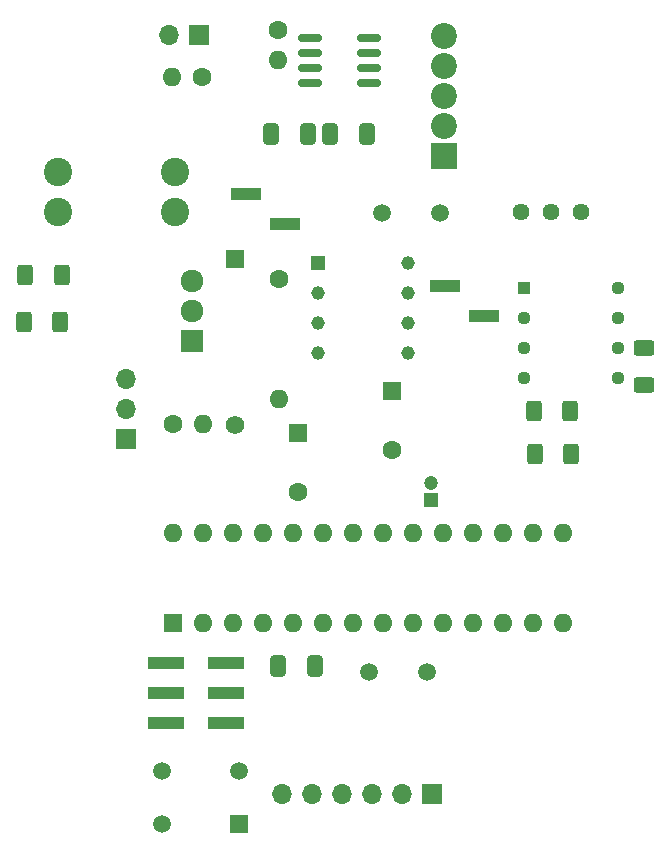
<source format=gbr>
%TF.GenerationSoftware,KiCad,Pcbnew,8.0.1-rc1*%
%TF.CreationDate,2024-06-23T11:02:47-07:00*%
%TF.ProjectId,AMS - CANBus Sensor - RPM,414d5320-2d20-4434-914e-427573205365,rev?*%
%TF.SameCoordinates,Original*%
%TF.FileFunction,Soldermask,Top*%
%TF.FilePolarity,Negative*%
%FSLAX46Y46*%
G04 Gerber Fmt 4.6, Leading zero omitted, Abs format (unit mm)*
G04 Created by KiCad (PCBNEW 8.0.1-rc1) date 2024-06-23 11:02:47*
%MOMM*%
%LPD*%
G01*
G04 APERTURE LIST*
G04 Aperture macros list*
%AMRoundRect*
0 Rectangle with rounded corners*
0 $1 Rounding radius*
0 $2 $3 $4 $5 $6 $7 $8 $9 X,Y pos of 4 corners*
0 Add a 4 corners polygon primitive as box body*
4,1,4,$2,$3,$4,$5,$6,$7,$8,$9,$2,$3,0*
0 Add four circle primitives for the rounded corners*
1,1,$1+$1,$2,$3*
1,1,$1+$1,$4,$5*
1,1,$1+$1,$6,$7*
1,1,$1+$1,$8,$9*
0 Add four rect primitives between the rounded corners*
20,1,$1+$1,$2,$3,$4,$5,0*
20,1,$1+$1,$4,$5,$6,$7,0*
20,1,$1+$1,$6,$7,$8,$9,0*
20,1,$1+$1,$8,$9,$2,$3,0*%
G04 Aperture macros list end*
%ADD10R,2.200000X2.200000*%
%ADD11C,2.200000*%
%ADD12R,2.510000X1.000000*%
%ADD13C,1.600000*%
%ADD14R,1.600000X1.600000*%
%ADD15R,1.200000X1.200000*%
%ADD16C,1.200000*%
%ADD17RoundRect,0.250000X-0.400000X-0.625000X0.400000X-0.625000X0.400000X0.625000X-0.400000X0.625000X0*%
%ADD18O,1.600000X1.600000*%
%ADD19R,3.150000X1.000000*%
%ADD20RoundRect,0.250000X0.412500X0.650000X-0.412500X0.650000X-0.412500X-0.650000X0.412500X-0.650000X0*%
%ADD21R,1.160000X1.160000*%
%ADD22C,1.160000*%
%ADD23R,1.700000X1.700000*%
%ADD24O,1.700000X1.700000*%
%ADD25C,2.400000*%
%ADD26R,1.920000X1.920000*%
%ADD27C,1.920000*%
%ADD28C,1.440000*%
%ADD29R,1.130000X1.130000*%
%ADD30C,1.130000*%
%ADD31RoundRect,0.250000X-0.625000X0.400000X-0.625000X-0.400000X0.625000X-0.400000X0.625000X0.400000X0*%
%ADD32C,1.500000*%
%ADD33R,1.500000X1.500000*%
%ADD34R,1.575000X1.575000*%
%ADD35C,1.575000*%
%ADD36RoundRect,0.150000X-0.825000X-0.150000X0.825000X-0.150000X0.825000X0.150000X-0.825000X0.150000X0*%
%ADD37RoundRect,0.250000X-0.412500X-0.650000X0.412500X-0.650000X0.412500X0.650000X-0.412500X0.650000X0*%
G04 APERTURE END LIST*
D10*
%TO.C,J9*%
X155246300Y-79618100D03*
D11*
X155246300Y-77078100D03*
X155246300Y-74538100D03*
X155246300Y-71998100D03*
X155246300Y-69458100D03*
%TD*%
D12*
%TO.C,J6*%
X155312900Y-90634200D03*
X158622900Y-93174200D03*
%TD*%
%TO.C,J3*%
X138479600Y-82842000D03*
X141789600Y-85382000D03*
%TD*%
D13*
%TO.C,C9*%
X150843200Y-104556400D03*
D14*
X150843200Y-99556400D03*
%TD*%
D15*
%TO.C,C13*%
X154122300Y-108777100D03*
D16*
X154122300Y-107277100D03*
%TD*%
D17*
%TO.C,R13*%
X119658000Y-93650100D03*
X122758000Y-93650100D03*
%TD*%
D13*
%TO.C,R4*%
X141165400Y-68921400D03*
D18*
X141165400Y-71461400D03*
%TD*%
D13*
%TO.C,L1*%
X141253000Y-90023800D03*
D18*
X141253000Y-100183800D03*
%TD*%
D19*
%TO.C,J1*%
X131749100Y-122556000D03*
X136799100Y-122556000D03*
X131749100Y-125096000D03*
X136799100Y-125096000D03*
X131749100Y-127636000D03*
X136799100Y-127636000D03*
%TD*%
D13*
%TO.C,NTC1*%
X132332700Y-102297100D03*
D18*
X134872700Y-102297100D03*
%TD*%
D20*
%TO.C,C1*%
X144305600Y-122847300D03*
X141180600Y-122847300D03*
%TD*%
D17*
%TO.C,R14*%
X162855200Y-101202000D03*
X165955200Y-101202000D03*
%TD*%
D21*
%TO.C,IC1*%
X144571900Y-88691700D03*
D22*
X144571900Y-91231700D03*
X144571900Y-93771700D03*
X144571900Y-96311700D03*
X152191900Y-96311700D03*
X152191900Y-93771700D03*
X152191900Y-91231700D03*
X152191900Y-88691700D03*
%TD*%
D13*
%TO.C,R6*%
X134731500Y-72933100D03*
D18*
X132191500Y-72933100D03*
%TD*%
D23*
%TO.C,Powerboard1*%
X128349100Y-103565100D03*
D24*
X128349100Y-101025100D03*
X128349100Y-98485100D03*
%TD*%
D23*
%TO.C,J4*%
X134544600Y-69362300D03*
D24*
X132004600Y-69362300D03*
%TD*%
D25*
%TO.C,U2*%
X122551000Y-84380500D03*
X122551000Y-80980500D03*
X132471000Y-84380500D03*
X132471000Y-80980500D03*
%TD*%
D26*
%TO.C,Q1*%
X133881200Y-95296400D03*
D27*
X133881200Y-92756400D03*
X133881200Y-90216400D03*
%TD*%
D28*
%TO.C,RV1*%
X161784400Y-84400700D03*
X164324400Y-84400700D03*
X166864400Y-84400700D03*
%TD*%
D14*
%TO.C,C11*%
X142908700Y-103082900D03*
D13*
X142908700Y-108082900D03*
%TD*%
D23*
%TO.C,J2*%
X154230000Y-133648600D03*
D24*
X151690000Y-133648600D03*
X149150000Y-133648600D03*
X146610000Y-133648600D03*
X144070000Y-133648600D03*
X141530000Y-133648600D03*
%TD*%
D29*
%TO.C,IC2*%
X162007700Y-90765900D03*
D30*
X162007700Y-93305900D03*
X162007700Y-95845900D03*
X162007700Y-98385900D03*
X169947700Y-98385900D03*
X169947700Y-95845900D03*
X169947700Y-93305900D03*
X169947700Y-90765900D03*
%TD*%
D31*
%TO.C,R12*%
X172177800Y-95912000D03*
X172177800Y-99012000D03*
%TD*%
D32*
%TO.C,Y2*%
X150037500Y-84434600D03*
X154917500Y-84434600D03*
%TD*%
D33*
%TO.C,Reset1*%
X137890100Y-136171500D03*
D32*
X131390100Y-136171500D03*
X137890100Y-131671500D03*
X131390100Y-131671500D03*
%TD*%
D17*
%TO.C,R10*%
X119783900Y-89714300D03*
X122883900Y-89714300D03*
%TD*%
D32*
%TO.C,Y1*%
X148909000Y-123284400D03*
X153789000Y-123284400D03*
%TD*%
D17*
%TO.C,R15*%
X162924900Y-104866700D03*
X166024900Y-104866700D03*
%TD*%
D20*
%TO.C,C7*%
X148742600Y-77728700D03*
X145617600Y-77728700D03*
%TD*%
D34*
%TO.C,D2*%
X137580900Y-88313900D03*
D35*
X137580900Y-102413900D03*
%TD*%
D14*
%TO.C,U1*%
X132296200Y-119209800D03*
D18*
X134836200Y-119209800D03*
X137376200Y-119209800D03*
X139916200Y-119209800D03*
X142456200Y-119209800D03*
X144996200Y-119209800D03*
X147536200Y-119209800D03*
X150076200Y-119209800D03*
X152616200Y-119209800D03*
X155156200Y-119209800D03*
X157696200Y-119209800D03*
X160236200Y-119209800D03*
X162776200Y-119209800D03*
X165316200Y-119209800D03*
X165316200Y-111589800D03*
X162776200Y-111589800D03*
X160236200Y-111589800D03*
X157696200Y-111589800D03*
X155156200Y-111589800D03*
X152616200Y-111589800D03*
X150076200Y-111589800D03*
X147536200Y-111589800D03*
X144996200Y-111589800D03*
X142456200Y-111589800D03*
X139916200Y-111589800D03*
X137376200Y-111589800D03*
X134836200Y-111589800D03*
X132296200Y-111589800D03*
%TD*%
D36*
%TO.C,U3*%
X143942000Y-69639900D03*
X143942000Y-70909900D03*
X143942000Y-72179900D03*
X143942000Y-73449900D03*
X148892000Y-73449900D03*
X148892000Y-72179900D03*
X148892000Y-70909900D03*
X148892000Y-69639900D03*
%TD*%
D37*
%TO.C,C6*%
X140596700Y-77728700D03*
X143721700Y-77728700D03*
%TD*%
M02*

</source>
